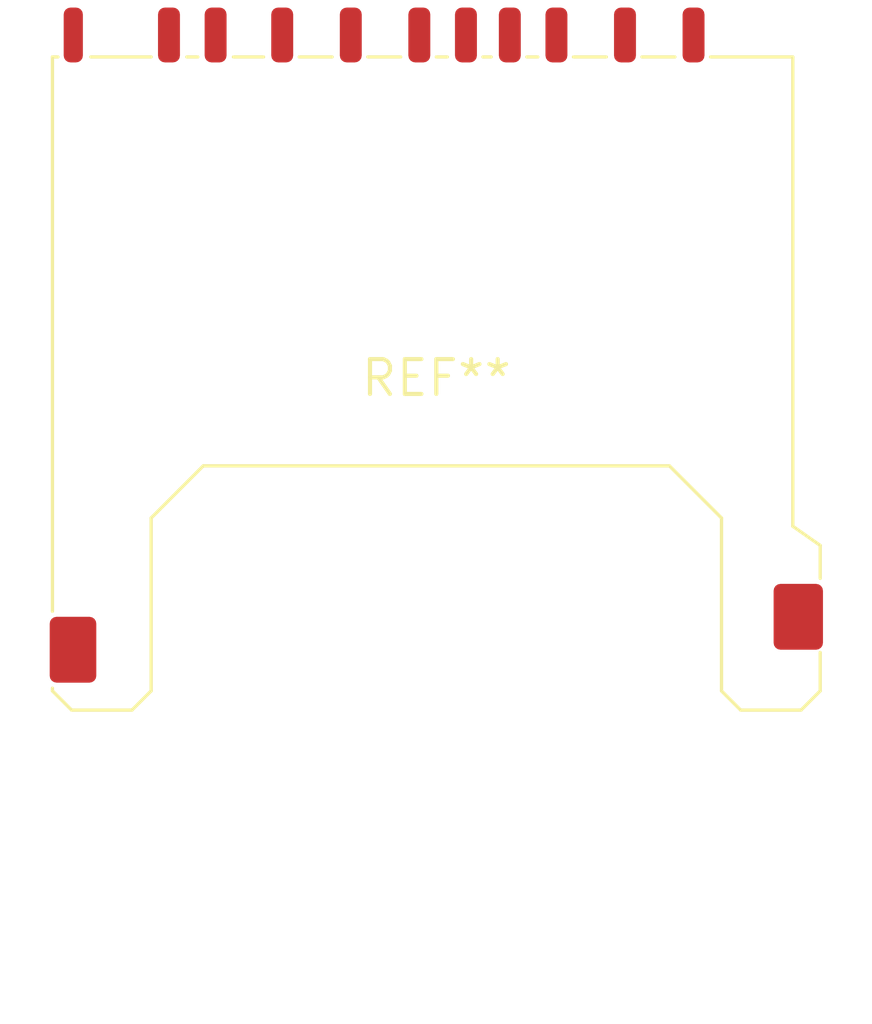
<source format=kicad_pcb>
(kicad_pcb (version 20240108) (generator pcbnew)
  (layers (0 "F.Cu" signal) (31 "B.Cu" signal) (34 "B.Paste" user) (35 "F.Paste" user) (36 "B.SilkS" user "B.Silkscreen") (37 "F.SilkS" user "F.Silkscreen") (38 "B.Mask" user) (39 "F.Mask" user) (44 "Edge.Cuts" user))
  (net 0 "")
  (footprint "SD_Kyocera_145638009211859+" (layer "F.Cu") (at 0 0)
    (property "Reference" "REF**")
    (property "Value" "SD_Kyocera_145638009211859+")
    (fp_line (start -14 -11.7) (end -14 8.5) (layer "F.SilkS") (stroke (width 0.12)))
    (fp_line (start -14 11.3) (end -14 11.4) (layer "F.SilkS") (stroke (width 0.12)))
    (fp_line (start -13.8 -11.7) (end -14 -11.7) (layer "F.SilkS") (stroke (width 0.12)))
    (fp_line (start -13.3 12.1) (end -14 11.4) (layer "F.SilkS") (stroke (width 0.12)))
    (fp_line (start -13.3 12.1) (end -11.1 12.1) (layer "F.SilkS") (stroke (width 0.12)))
    (fp_line (start -10.4 -11.7) (end -12.6 -11.7) (layer "F.SilkS") (stroke (width 0.12)))
    (fp_line (start -10.4 11.4) (end -11.1 12.1) (layer "F.SilkS") (stroke (width 0.12)))
    (fp_line (start -10.4 11.4) (end -10.4 5.1) (layer "F.SilkS") (stroke (width 0.12)))
    (fp_line (start -8.7 -11.7) (end -9.1 -11.7) (layer "F.SilkS") (stroke (width 0.12)))
    (fp_line (start -8.5 3.2) (end -10.4 5.1) (layer "F.SilkS") (stroke (width 0.12)))
    (fp_line (start -8.5 3.2) (end 8.5 3.2) (layer "F.SilkS") (stroke (width 0.12)))
    (fp_line (start -6.3 -11.7) (end -7.4 -11.7) (layer "F.SilkS") (stroke (width 0.12)))
    (fp_line (start -3.8 -11.7) (end -5 -11.7) (layer "F.SilkS") (stroke (width 0.12)))
    (fp_line (start -1.3 -11.7) (end -2.5 -11.7) (layer "F.SilkS") (stroke (width 0.12)))
    (fp_line (start 0.4 -11.7) (end 0 -11.7) (layer "F.SilkS") (stroke (width 0.12)))
    (fp_line (start 2 -11.7) (end 1.7 -11.7) (layer "F.SilkS") (stroke (width 0.12)))
    (fp_line (start 3.7 -11.7) (end 3.3 -11.7) (layer "F.SilkS") (stroke (width 0.12)))
    (fp_line (start 6.2 -11.7) (end 5 -11.7) (layer "F.SilkS") (stroke (width 0.12)))
    (fp_line (start 8.5 3.2) (end 10.4 5.1) (layer "F.SilkS") (stroke (width 0.12)))
    (fp_line (start 8.7 -11.7) (end 7.5 -11.7) (layer "F.SilkS") (stroke (width 0.12)))
    (fp_line (start 10.4 11.4) (end 10.4 5.1) (layer "F.SilkS") (stroke (width 0.12)))
    (fp_line (start 10.4 11.4) (end 11.1 12.1) (layer "F.SilkS") (stroke (width 0.12)))
    (fp_line (start 13 -11.7) (end 10 -11.7) (layer "F.SilkS") (stroke (width 0.12)))
    (fp_line (start 13 5.4) (end 13 -11.7) (layer "F.SilkS") (stroke (width 0.12)))
    (fp_line (start 13.3 12.1) (end 11.1 12.1) (layer "F.SilkS") (stroke (width 0.12)))
    (fp_line (start 13.3 12.1) (end 14 11.4) (layer "F.SilkS") (stroke (width 0.12)))
    (fp_line (start 14 6.1) (end 13 5.4) (layer "F.SilkS") (stroke (width 0.12)))
    (fp_line (start 14 6.1) (end 14 7.3) (layer "F.SilkS") (stroke (width 0.12)))
    (fp_line (start 14 10) (end 14 11.4) (layer "F.SilkS") (stroke (width 0.12)))
    (pad "" np_thru_hole circle (at -12.1 -5.3 180) (size 1.5 1.5) (drill 1.5) (layers *.Cu *.Mask))
    (pad "" np_thru_hole circle (at 12.1 -5.3 180) (size 1.5 1.5) (drill 1.5) (layers *.Cu *.Mask))
    (pad "1" smd roundrect (at 6.88 -12.5) (size 0.8 2) (layers "F.Cu" "F.Paste" "F.Mask") (roundrect_rratio 0.313))
    (pad "2" smd roundrect (at 4.38 -12.5) (size 0.8 2) (layers "F.Cu" "F.Paste" "F.Mask") (roundrect_rratio 0.313))
    (pad "3" smd roundrect (at 1.08 -12.5) (size 0.8 2) (layers "F.Cu" "F.Paste" "F.Mask") (roundrect_rratio 0.313))
    (pad "4" smd roundrect (at -0.62 -12.5) (size 0.8 2) (layers "F.Cu" "F.Paste" "F.Mask") (roundrect_rratio 0.313))
    (pad "5" smd roundrect (at -3.12 -12.5) (size 0.8 2) (layers "F.Cu" "F.Paste" "F.Mask") (roundrect_rratio 0.313))
    (pad "6" smd roundrect (at -5.62 -12.5) (size 0.8 2) (layers "F.Cu" "F.Paste" "F.Mask") (roundrect_rratio 0.313))
    (pad "7" smd roundrect (at -8.05 -12.5) (size 0.8 2) (layers "F.Cu" "F.Paste" "F.Mask") (roundrect_rratio 0.313))
    (pad "8" smd roundrect (at -9.75 -12.5) (size 0.8 2) (layers "F.Cu" "F.Paste" "F.Mask") (roundrect_rratio 0.313))
    (pad "9" smd roundrect (at 9.38 -12.5) (size 0.8 2) (layers "F.Cu" "F.Paste" "F.Mask") (roundrect_rratio 0.313))
    (pad "10" smd roundrect (at 2.68 -12.5) (size 0.8 2) (layers "F.Cu" "F.Paste" "F.Mask") (roundrect_rratio 0.313))
    (pad "11" smd roundrect (at -13.24 -12.5) (size 0.7 2) (layers "F.Cu" "F.Paste" "F.Mask") (roundrect_rratio 0.357))
    (pad "12" smd roundrect (at 13.2 8.7) (size 1.8 2.4) (layers "F.Cu" "F.Paste" "F.Mask") (roundrect_rratio 0.139))
    (pad "13" smd roundrect (at -13.25 9.9) (size 1.7 2.4) (layers "F.Cu" "F.Paste" "F.Mask") (roundrect_rratio 0.147))
  )
)
</source>
